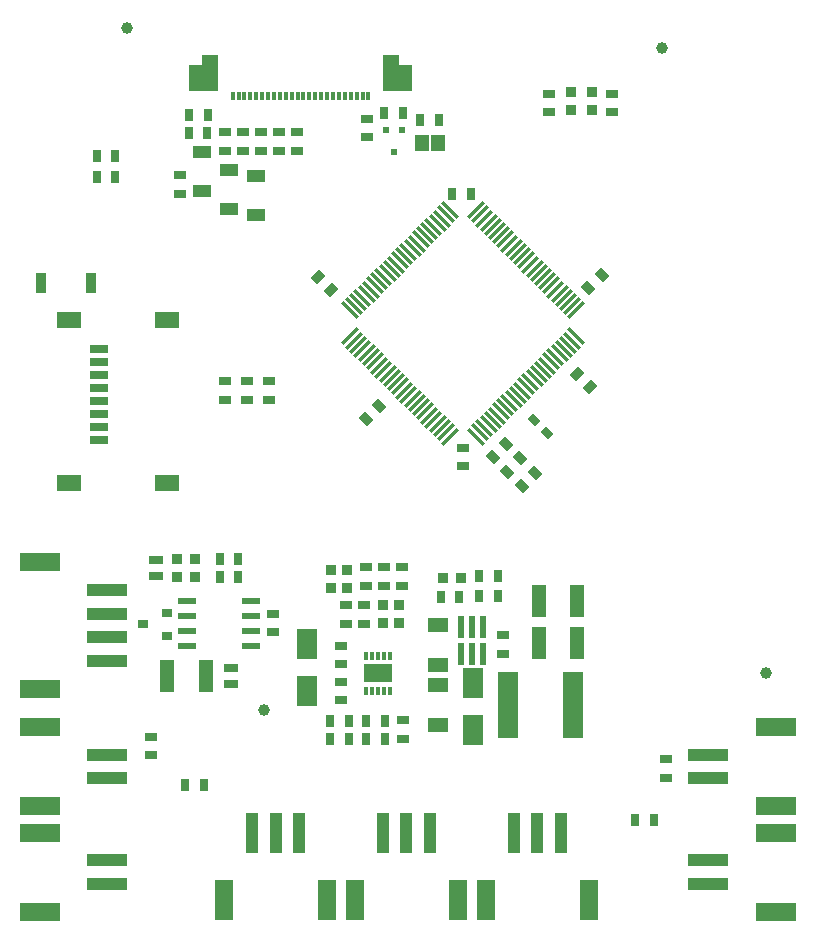
<source format=gtp>
G04*
G04 #@! TF.GenerationSoftware,Altium Limited,Altium Designer,21.5.1 (32)*
G04*
G04 Layer_Color=8421504*
%FSLAX44Y44*%
%MOMM*%
G71*
G04*
G04 #@! TF.SameCoordinates,B68859E6-8F99-4948-AC01-CAA0BB4B992E*
G04*
G04*
G04 #@! TF.FilePolarity,Positive*
G04*
G01*
G75*
G04:AMPARAMS|DCode=17|XSize=0.3mm|YSize=1.8mm|CornerRadius=0mm|HoleSize=0mm|Usage=FLASHONLY|Rotation=225.000|XOffset=0mm|YOffset=0mm|HoleType=Round|Shape=Rectangle|*
%AMROTATEDRECTD17*
4,1,4,-0.5303,0.7425,0.7425,-0.5303,0.5303,-0.7425,-0.7425,0.5303,-0.5303,0.7425,0.0*
%
%ADD17ROTATEDRECTD17*%

G04:AMPARAMS|DCode=18|XSize=0.3mm|YSize=1.8mm|CornerRadius=0mm|HoleSize=0mm|Usage=FLASHONLY|Rotation=135.000|XOffset=0mm|YOffset=0mm|HoleType=Round|Shape=Rectangle|*
%AMROTATEDRECTD18*
4,1,4,0.7425,0.5303,-0.5303,-0.7425,-0.7425,-0.5303,0.5303,0.7425,0.7425,0.5303,0.0*
%
%ADD18ROTATEDRECTD18*%

%ADD19C,1.0000*%
%ADD20R,3.4000X1.5000*%
%ADD21R,3.5000X1.0000*%
%ADD22R,1.8034X1.1938*%
%ADD23R,1.8000X5.7000*%
%ADD24R,1.7000X2.5000*%
%ADD25R,1.3000X2.8000*%
%ADD26R,0.7620X1.0160*%
%ADD27R,0.6121X1.8544*%
%ADD28R,1.0160X0.7620*%
%ADD29R,0.8890X0.8890*%
G04:AMPARAMS|DCode=30|XSize=0.762mm|YSize=1.016mm|CornerRadius=0mm|HoleSize=0mm|Usage=FLASHONLY|Rotation=135.000|XOffset=0mm|YOffset=0mm|HoleType=Round|Shape=Rectangle|*
%AMROTATEDRECTD30*
4,1,4,0.6286,0.0898,-0.0898,-0.6286,-0.6286,-0.0898,0.0898,0.6286,0.6286,0.0898,0.0*
%
%ADD30ROTATEDRECTD30*%

%ADD31R,0.8890X1.7780*%
%ADD32R,1.5500X0.6000*%
%ADD33R,0.8890X0.8890*%
G04:AMPARAMS|DCode=34|XSize=0.762mm|YSize=1.016mm|CornerRadius=0mm|HoleSize=0mm|Usage=FLASHONLY|Rotation=45.000|XOffset=0mm|YOffset=0mm|HoleType=Round|Shape=Rectangle|*
%AMROTATEDRECTD34*
4,1,4,0.0898,-0.6286,-0.6286,0.0898,-0.0898,0.6286,0.6286,-0.0898,0.0898,-0.6286,0.0*
%
%ADD34ROTATEDRECTD34*%

%ADD35R,0.3000X0.7500*%
%ADD36R,2.4000X1.6000*%
%ADD37R,1.5000X0.8000*%
%ADD38R,2.0000X1.4500*%
G04:AMPARAMS|DCode=39|XSize=0.85mm|YSize=0.6mm|CornerRadius=0mm|HoleSize=0mm|Usage=FLASHONLY|Rotation=135.000|XOffset=0mm|YOffset=0mm|HoleType=Round|Shape=Rectangle|*
%AMROTATEDRECTD39*
4,1,4,0.5127,-0.0884,0.0884,-0.5127,-0.5127,0.0884,-0.0884,0.5127,0.5127,-0.0884,0.0*
%
%ADD39ROTATEDRECTD39*%

%ADD40R,1.2700X0.7620*%
%ADD41R,0.3000X0.8000*%
%ADD42R,1.0000X1.0000*%
%ADD43R,1.5000X3.4000*%
%ADD44R,1.0000X3.5000*%
%ADD45R,1.1544X1.3562*%
%ADD46R,0.4700X0.6000*%
%ADD47R,0.9000X0.8000*%
%ADD48R,1.5240X1.0160*%
G36*
X224643Y750820D02*
X200643D01*
Y772820D01*
X211642D01*
Y781320D01*
X224643D01*
Y750820D01*
D02*
G37*
G36*
X377643Y772820D02*
X388643D01*
Y750820D01*
X364642D01*
Y781320D01*
X377643D01*
Y772820D01*
D02*
G37*
D17*
X443268Y458415D02*
D03*
X446804Y461951D02*
D03*
X450339Y465486D02*
D03*
X453875Y469022D02*
D03*
X457410Y472557D02*
D03*
X460946Y476093D02*
D03*
X464481Y479628D02*
D03*
X468017Y483164D02*
D03*
X471552Y486699D02*
D03*
X475088Y490235D02*
D03*
X478624Y493770D02*
D03*
X482159Y497306D02*
D03*
X485695Y500841D02*
D03*
X489230Y504377D02*
D03*
X492766Y507912D02*
D03*
X496301Y511448D02*
D03*
X499837Y514984D02*
D03*
X503372Y518519D02*
D03*
X506908Y522055D02*
D03*
X510443Y525590D02*
D03*
X513979Y529126D02*
D03*
X517514Y532661D02*
D03*
X521050Y536197D02*
D03*
X524585Y539732D02*
D03*
X528121Y543268D02*
D03*
X421348Y650041D02*
D03*
X417812Y646505D02*
D03*
X414277Y642970D02*
D03*
X410741Y639434D02*
D03*
X407206Y635899D02*
D03*
X403670Y632363D02*
D03*
X400135Y628828D02*
D03*
X396599Y625292D02*
D03*
X393064Y621757D02*
D03*
X389528Y618221D02*
D03*
X385993Y614686D02*
D03*
X382457Y611150D02*
D03*
X378921Y607615D02*
D03*
X375386Y604079D02*
D03*
X371850Y600544D02*
D03*
X368315Y597008D02*
D03*
X364779Y593472D02*
D03*
X361244Y589937D02*
D03*
X357708Y586401D02*
D03*
X354173Y582866D02*
D03*
X350637Y579330D02*
D03*
X347102Y575795D02*
D03*
X343566Y572259D02*
D03*
X340031Y568724D02*
D03*
X336495Y565188D02*
D03*
D18*
X528121D02*
D03*
X524585Y568724D02*
D03*
X521050Y572259D02*
D03*
X517514Y575795D02*
D03*
X513979Y579330D02*
D03*
X510443Y582866D02*
D03*
X506908Y586401D02*
D03*
X503372Y589937D02*
D03*
X499837Y593472D02*
D03*
X496301Y597008D02*
D03*
X492766Y600544D02*
D03*
X489230Y604079D02*
D03*
X485695Y607615D02*
D03*
X482159Y611150D02*
D03*
X478624Y614686D02*
D03*
X475088Y618221D02*
D03*
X471552Y621757D02*
D03*
X468017Y625292D02*
D03*
X464481Y628828D02*
D03*
X460946Y632363D02*
D03*
X457410Y635899D02*
D03*
X453875Y639434D02*
D03*
X450339Y642970D02*
D03*
X446804Y646505D02*
D03*
X443268Y650041D02*
D03*
X336495Y543268D02*
D03*
X340031Y539732D02*
D03*
X343566Y536197D02*
D03*
X347102Y532661D02*
D03*
X350637Y529126D02*
D03*
X354173Y525590D02*
D03*
X357708Y522055D02*
D03*
X361244Y518519D02*
D03*
X364779Y514984D02*
D03*
X368315Y511448D02*
D03*
X371850Y507912D02*
D03*
X375386Y504377D02*
D03*
X378921Y500841D02*
D03*
X382457Y497306D02*
D03*
X385993Y493770D02*
D03*
X389528Y490235D02*
D03*
X393064Y486699D02*
D03*
X396599Y483164D02*
D03*
X400135Y479628D02*
D03*
X403670Y476093D02*
D03*
X407206Y472557D02*
D03*
X410741Y469022D02*
D03*
X414277Y465486D02*
D03*
X417812Y461951D02*
D03*
X421348Y458415D02*
D03*
D19*
X263698Y226882D02*
D03*
X689102Y258572D02*
D03*
X600456Y787400D02*
D03*
X148048Y804322D02*
D03*
D20*
X73667Y56158D02*
D03*
Y123158D02*
D03*
X697370Y212570D02*
D03*
Y145570D02*
D03*
Y56158D02*
D03*
Y123158D02*
D03*
X73651Y351961D02*
D03*
Y244961D02*
D03*
X73667Y212570D02*
D03*
Y145570D02*
D03*
D21*
X131167Y79658D02*
D03*
Y99658D02*
D03*
X639870Y189070D02*
D03*
Y169070D02*
D03*
Y79658D02*
D03*
Y99658D02*
D03*
X131151Y268461D02*
D03*
Y288461D02*
D03*
Y308461D02*
D03*
Y328461D02*
D03*
X131167Y189070D02*
D03*
Y169070D02*
D03*
D22*
X410928Y214529D02*
D03*
Y248099D02*
D03*
Y298765D02*
D03*
Y265196D02*
D03*
D23*
X470618Y231434D02*
D03*
X525228D02*
D03*
D24*
X440392Y209911D02*
D03*
Y249910D02*
D03*
X300034Y243144D02*
D03*
Y283144D02*
D03*
D25*
X496528Y318944D02*
D03*
X529036D02*
D03*
X496528Y283384D02*
D03*
X529036D02*
D03*
X181866Y255524D02*
D03*
X214374D02*
D03*
D26*
X413214Y322814D02*
D03*
X429082D02*
D03*
X445726Y323069D02*
D03*
X461594D02*
D03*
X445634Y340594D02*
D03*
X461502D02*
D03*
X319824Y202752D02*
D03*
X335692D02*
D03*
X137884Y677860D02*
D03*
X122016D02*
D03*
X137884Y695603D02*
D03*
X122016D02*
D03*
X366084Y217992D02*
D03*
X350216D02*
D03*
X226127Y355056D02*
D03*
X241995D02*
D03*
X242002Y339804D02*
D03*
X226134D02*
D03*
X319824Y217992D02*
D03*
X335692D02*
D03*
X350216Y202752D02*
D03*
X366084D02*
D03*
X423104Y663956D02*
D03*
X438972D02*
D03*
X395922Y726433D02*
D03*
X411790D02*
D03*
X381301Y732341D02*
D03*
X365433D02*
D03*
X212718Y163576D02*
D03*
X196850D02*
D03*
X593658Y133350D02*
D03*
X577790D02*
D03*
X215960Y731012D02*
D03*
X200092D02*
D03*
X215768Y715744D02*
D03*
X199900D02*
D03*
D27*
X449190Y297487D02*
D03*
X439690D02*
D03*
X430190D02*
D03*
Y274482D02*
D03*
X439690D02*
D03*
X449190D02*
D03*
D28*
X466046Y290557D02*
D03*
Y274688D02*
D03*
X505329Y732887D02*
D03*
Y748755D02*
D03*
X558707D02*
D03*
Y732887D02*
D03*
X348802Y299660D02*
D03*
Y315528D02*
D03*
X328736Y281296D02*
D03*
Y265428D02*
D03*
X271526Y292548D02*
D03*
Y308416D02*
D03*
X261508Y700319D02*
D03*
Y716187D02*
D03*
X292009Y700319D02*
D03*
Y716187D02*
D03*
X276741Y700319D02*
D03*
Y716187D02*
D03*
X603826Y169129D02*
D03*
Y184997D02*
D03*
X432131Y433257D02*
D03*
Y449125D02*
D03*
X230999Y489605D02*
D03*
Y505474D02*
D03*
X249225Y489605D02*
D03*
Y505474D02*
D03*
X267734Y489605D02*
D03*
Y505474D02*
D03*
X365604Y347784D02*
D03*
Y331916D02*
D03*
X380909Y347784D02*
D03*
Y331916D02*
D03*
X350326Y347786D02*
D03*
Y331918D02*
D03*
X333562Y299660D02*
D03*
Y315528D02*
D03*
X381671Y218306D02*
D03*
Y202438D02*
D03*
X168351Y204410D02*
D03*
Y188542D02*
D03*
X328736Y250816D02*
D03*
Y234948D02*
D03*
X350637Y727487D02*
D03*
Y711620D02*
D03*
X192278Y680018D02*
D03*
Y664150D02*
D03*
X230743Y716095D02*
D03*
Y700227D02*
D03*
X246126Y716086D02*
D03*
Y700218D02*
D03*
D29*
X430426Y338308D02*
D03*
X415186D02*
D03*
X205009Y339502D02*
D03*
X189769D02*
D03*
Y355056D02*
D03*
X205009D02*
D03*
D30*
X539616Y500228D02*
D03*
X528395Y511448D02*
D03*
X309096Y593366D02*
D03*
X320316Y582146D02*
D03*
D31*
X117012Y588226D02*
D03*
X75012D02*
D03*
D32*
X252293Y281450D02*
D03*
Y294149D02*
D03*
Y306849D02*
D03*
Y319550D02*
D03*
X198293Y281450D02*
D03*
Y294149D02*
D03*
Y306849D02*
D03*
Y319550D02*
D03*
D33*
X541072Y749816D02*
D03*
Y734576D02*
D03*
X523279Y749816D02*
D03*
Y734576D02*
D03*
X364819Y315976D02*
D03*
Y300736D02*
D03*
X378266Y315976D02*
D03*
Y300736D02*
D03*
X334070Y345694D02*
D03*
Y330454D02*
D03*
X320100Y345694D02*
D03*
Y330454D02*
D03*
D34*
X469625Y428664D02*
D03*
X480845Y439884D02*
D03*
X493299Y427738D02*
D03*
X482079Y416518D02*
D03*
X468672Y452138D02*
D03*
X457451Y440918D02*
D03*
X360983Y484107D02*
D03*
X349762Y472887D02*
D03*
X549678Y595144D02*
D03*
X538458Y583924D02*
D03*
D35*
X350351Y242868D02*
D03*
X355351D02*
D03*
X360351D02*
D03*
X365351D02*
D03*
X370351D02*
D03*
Y272868D02*
D03*
X365351D02*
D03*
X360351D02*
D03*
X355351D02*
D03*
X350351D02*
D03*
D36*
X360351Y257868D02*
D03*
D37*
X124264Y532884D02*
D03*
Y521884D02*
D03*
Y510884D02*
D03*
Y499884D02*
D03*
Y488884D02*
D03*
Y477884D02*
D03*
Y466884D02*
D03*
Y455884D02*
D03*
D38*
X98264Y419184D02*
D03*
Y556684D02*
D03*
X181264Y419184D02*
D03*
Y556684D02*
D03*
D39*
X503610Y461470D02*
D03*
X492296Y472783D02*
D03*
D40*
X172212Y340106D02*
D03*
Y354076D02*
D03*
X235712Y248666D02*
D03*
Y262636D02*
D03*
D41*
X247143Y746820D02*
D03*
X352142D02*
D03*
X347142D02*
D03*
X342142D02*
D03*
X337142D02*
D03*
X332142D02*
D03*
X327142D02*
D03*
X322142D02*
D03*
X317143D02*
D03*
X312143D02*
D03*
X307143D02*
D03*
X302143D02*
D03*
X297143D02*
D03*
X292143D02*
D03*
X287143D02*
D03*
X282143D02*
D03*
X277143D02*
D03*
X272143D02*
D03*
X267143D02*
D03*
X262143D02*
D03*
X257143D02*
D03*
X252143D02*
D03*
X242143D02*
D03*
X237143D02*
D03*
D42*
X377137Y762820D02*
D03*
X212143D02*
D03*
D43*
X451477Y65642D02*
D03*
X538477D02*
D03*
X340816D02*
D03*
X427817D02*
D03*
X230156D02*
D03*
X317156D02*
D03*
D44*
X514977Y123142D02*
D03*
X494977D02*
D03*
X474977D02*
D03*
X404316D02*
D03*
X384316D02*
D03*
X364316D02*
D03*
X293656D02*
D03*
X273656D02*
D03*
X253656D02*
D03*
D45*
X410683Y707284D02*
D03*
X397165D02*
D03*
D46*
X380388Y718160D02*
D03*
X367388D02*
D03*
X373888Y699160D02*
D03*
D47*
X161196Y299466D02*
D03*
X181196Y289966D02*
D03*
Y308966D02*
D03*
D48*
X256636Y679071D02*
D03*
Y646051D02*
D03*
X233796Y650832D02*
D03*
Y683852D02*
D03*
X211328Y665988D02*
D03*
Y699008D02*
D03*
M02*

</source>
